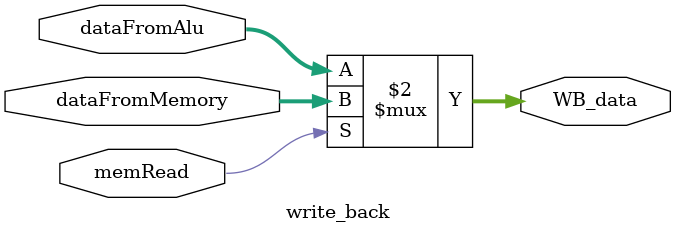
<source format=v>
module write_back(dataFromMemory,dataFromAlu,memRead,WB_data);
input [15:0]dataFromMemory;
input [15:0]dataFromAlu;
input memRead;

output [15:0]WB_data;

assign WB_data = memRead == 1? dataFromMemory: dataFromAlu;
endmodule
</source>
